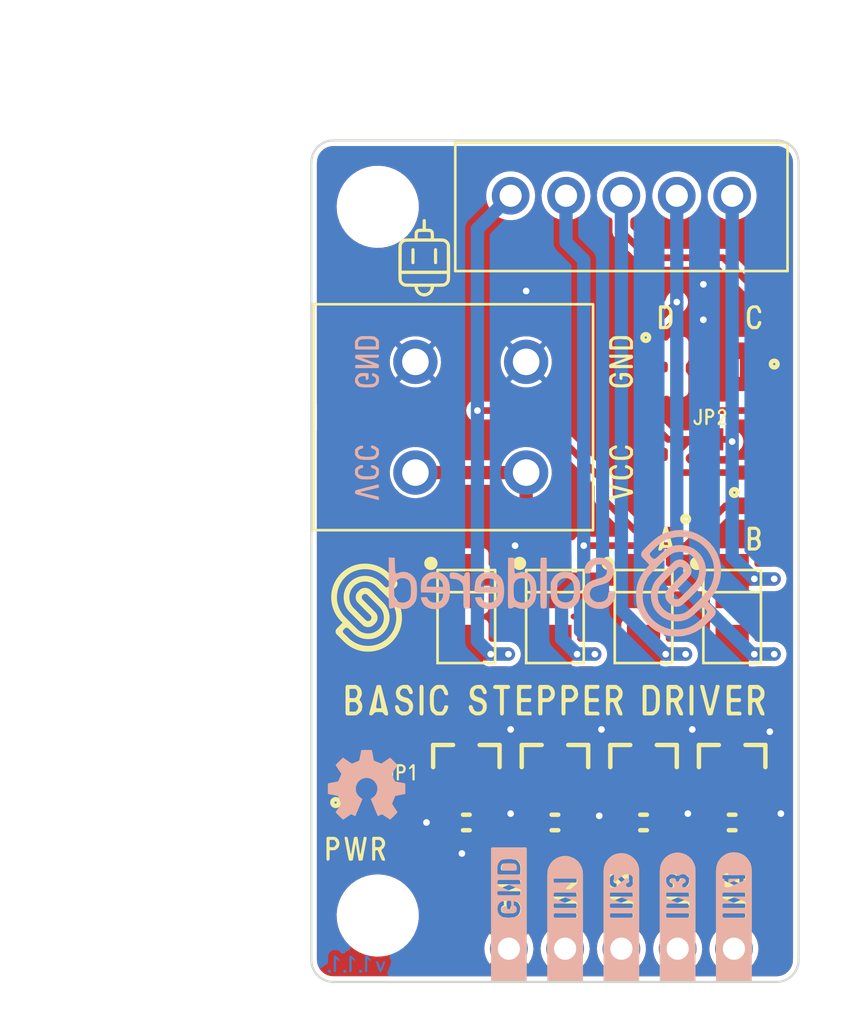
<source format=kicad_pcb>
(kicad_pcb (version 20211014) (generator pcbnew)
  (title_block (title "Basic stepper driver") (date "2021-10-04") (rev "v1.1.1.") (company "Soldered") (comment 1 "333134"))
  (layers (0 "F.Cu" signal) (31 "B.Cu" signal) (34 "B.Paste" user) (35 "F.Paste" user) (36 "B.SilkS" user "B.Silkscreen") (37 "F.SilkS" user "F.Silkscreen") (38 "B.Mask" user) (39 "F.Mask" user) (44 "Edge.Cuts" user))
  (net 0 "")
  (net 1 "GND")
  (net 2 "Net-(D1-Pad1)")
  (net 3 "VCC")
  (net 4 "A")
  (net 5 "Net-(D3-Pad1)")
  (net 6 "B")
  (net 7 "Net-(D4-Pad1)")
  (net 8 "C")
  (net 9 "Net-(D5-Pad1)")
  (net 10 "D")
  (net 11 "Net-(D6-Pad1)")
  (net 12 "Net-(JP2-Pad1)")
  (net 13 "IN4")
  (net 14 "IN3")
  (net 15 "IN2")
  (net 16 "IN1")
  (net 17 "Net-(Q1-Pad1)")
  (net 18 "Net-(Q2-Pad1)")
  (net 19 "Net-(Q3-Pad1)")
  (net 20 "Net-(Q4-Pad1)")
  (net 21 "Net-(R1-Pad1)")
  (footprint "e-radionica.com footprinti:0402LED" (layer "F.Cu") (at 120 108.5 180)
    (fp_text reference "D4")
    (fp_text value "green")
    (pad "1" smd rect locked (at -0.55 0 270) (size 0.75 0.45) (layers "F.Cu" "F.Paste" "F.Mask") (net 7 "Net-(D4-Pad1)"))
    (pad "2" smd rect locked (at 0.55 0 270) (size 0.75 0.45) (layers "F.Cu" "F.Paste" "F.Mask") (net 6 "B"))
  )
  (footprint "e-radionica.com footprinti:HOLE_3.2mm" (layer "F.Cu") (at 103 95)
    (fp_text reference "H1" hide)
    (fp_text value "HOLE_3.2mm" hide)
    (pad "" np_thru_hole circle locked (at 0 0) (size 3.2 3.2) (drill 3.2) (layers F&B.Cu *.Mask))
  )
  (footprint "buzzardLabel" (layer "F.Cu") (at 102 124)
    (fp_text reference "" (at 0 0) (layer "F.SilkS") (effects (font (size 1.27 1.27))))
    (fp_text value "" (at 0 0) (layer "F.SilkS") (effects (font (size 1.27 1.27))))
  )
  (footprint "Soldered Graphics:Logo-Front-Soldered-4mm" (layer "F.Cu") (at 102.5 113.1)
    (fp_text reference "G***" hide)
    (fp_text value "LOGO" hide)
  )
  (footprint "buzzardLabel" (layer "F.Cu") (at 119.08 130.4 90)
    (fp_text reference "" (at 0 0 90) (layer "F.SilkS") (effects (font (size 1.27 1.27))))
    (fp_text value "" (at 0 0 90) (layer "F.SilkS") (effects (font (size 1.27 1.27))))
  )
  (footprint "e-radionica.com footprinti:0402LED" (layer "F.Cu") (at 102 122.5 180)
    (fp_text reference "D1")
    (fp_text value "purple")
    (pad "1" smd rect locked (at -0.55 0 270) (size 0.75 0.45) (layers "F.Cu" "F.Paste" "F.Mask") (net 2 "Net-(D1-Pad1)"))
    (pad "2" smd rect locked (at 0.55 0 270) (size 0.75 0.45) (layers "F.Cu" "F.Paste" "F.Mask") (net 1 "GND"))
  )
  (footprint "Soldered Graphics:Logo-Back-OSH-3.5mm" (layer "F.Cu") (at 102.5 121.1)
    (fp_text reference "G***" hide)
    (fp_text value "LOGO" hide)
  )
  (footprint "e-radionica.com footprinti:SOT-23-3" (layer "F.Cu") (at 115 120 90)
    (fp_text reference "Q3")
    (fp_text value "NPN-SOT-23-3")
    (pad "1" smd rect locked (at -1.2 -0.95 180) (size 0.6 1) (layers "F.Cu" "F.Paste" "F.Mask") (net 19 "Net-(Q3-Pad1)"))
    (pad "2" smd rect locked (at -1.2 0.95 180) (size 0.6 1) (layers "F.Cu" "F.Paste" "F.Mask") (net 1 "GND"))
    (pad "3" smd rect locked (at 1.2 0 180) (size 0.6 1) (layers "F.Cu" "F.Paste" "F.Mask") (net 8 "C"))
  )
  (footprint "e-radionica.com footprinti:0402R" (layer "F.Cu") (at 102 121)
    (fp_text reference "R1")
    (fp_text value "2k2")
    (pad "1" smd rect locked (at -0.5 0 90) (size 0.64 0.54) (layers "F.Cu" "F.Paste" "F.Mask") (net 21 "Net-(R1-Pad1)"))
    (pad "2" smd rect locked (at 0.5 0 90) (size 0.64 0.54) (layers "F.Cu" "F.Paste" "F.Mask") (net 2 "Net-(D1-Pad1)"))
  )
  (footprint "e-radionica.com footprinti:0402R" (layer "F.Cu") (at 120 107)
    (fp_text reference "R4")
    (fp_text value "2k2")
    (pad "1" smd rect locked (at -0.5 0 90) (size 0.64 0.54) (layers "F.Cu" "F.Paste" "F.Mask") (net 12 "Net-(JP2-Pad1)"))
    (pad "2" smd rect locked (at 0.5 0 90) (size 0.64 0.54) (layers "F.Cu" "F.Paste" "F.Mask") (net 7 "Net-(D4-Pad1)"))
  )
  (footprint "e-radionica.com footprinti:0603R" (layer "F.Cu") (at 115 122.8)
    (fp_text reference "R8")
    (fp_text value "1k")
    (pad "1" smd rect locked (at -0.775 0 90) (size 1 0.64) (layers "F.Cu" "F.Paste" "F.Mask") (net 19 "Net-(Q3-Pad1)"))
    (pad "2" smd rect locked (at 0.775 0 90) (size 1 0.64) (layers "F.Cu" "F.Paste" "F.Mask") (net 14 "IN3"))
  )
  (footprint "Soldered Graphics:Logo-Back-SolderedFULL-15mm" (layer "F.Cu") (at 111 112)
    (fp_text reference "REF**" hide)
    (fp_text value "Logo-Front-SolderedFULL-15mm" hide)
  )
  (footprint "buzzardLabel" (layer "F.Cu") (at 116.54 130.4 90)
    (fp_text reference "" (at 0 0 90) (layer "F.SilkS") (effects (font (size 1.27 1.27))))
    (fp_text value "" (at 0 0 90) (layer "F.SilkS") (effects (font (size 1.27 1.27))))
  )
  (footprint "buzzardLabel" (layer "F.Cu") (at 116 110)
    (fp_text reference "" (at 0 0) (layer "F.SilkS") (effects (font (size 1.27 1.27))))
    (fp_text value "" (at 0 0) (layer "F.SilkS") (effects (font (size 1.27 1.27))))
  )
  (footprint "buzzardLabel" (layer "F.Cu") (at 114 107 90)
    (fp_text reference "" (at 0 0 90) (layer "F.SilkS") (effects (font (size 1.27 1.27))))
    (fp_text value "" (at 0 0 90) (layer "F.SilkS") (effects (font (size 1.27 1.27))))
  )
  (footprint "e-radionica.com footprinti:SMD_JUMPER" (layer "F.Cu") (at 118 105.5)
    (fp_text reference "JP2")
    (fp_text value "SMD_JUMPER")
    (pad "1" smd rect locked (at -0.35 0) (size 0.5 1) (layers "F.Cu" "F.Mask") (net 12 "Net-(JP2-Pad1)"))
    (pad "2" smd rect locked (at 0.35 0) (size 0.5 1) (layers "F.Cu" "F.Mask") (net 3 "VCC"))
  )
  (footprint "e-radionica.com footprinti:0402R" (layer "F.Cu") (at 116 103)
    (fp_text reference "R6")
    (fp_text value "2k2")
    (pad "1" smd rect locked (at -0.5 0 90) (size 0.64 0.54) (layers "F.Cu" "F.Paste" "F.Mask") (net 12 "Net-(JP2-Pad1)"))
    (pad "2" smd rect locked (at 0.5 0 90) (size 0.64 0.54) (layers "F.Cu" "F.Paste" "F.Mask") (net 11 "Net-(D6-Pad1)"))
  )
  (footprint "e-radionica.com footprinti:JST_XH_5A_CONNECTOR" (layer "F.Cu") (at 114 94.5 90)
    (fp_text reference "K3")
    (fp_text value "JST_XH_5A_CONNECTOR")
    (pad "1" thru_hole circle locked (at 0 -5 90) (size 1.7 1.7) (drill 1) (layers *.Cu *.Mask) (net 4 "A"))
    (pad "2" thru_hole circle locked (at 0 -2.5 90) (size 1.7 1.7) (drill 1) (layers *.Cu *.Mask) (net 6 "B"))
    (pad "3" thru_hole circle locked (at 0 0 90) (size 1.7 1.7) (drill 1) (layers *.Cu *.Mask) (net 8 "C"))
    (pad "4" thru_hole circle locked (at 0 2.5 90) (size 1.7 1.7) (drill 1) (layers *.Cu *.Mask) (net 10 "D"))
    (pad "5" thru_hole circle locked (at 0 5 90) (size 1.7 1.7) (drill 1) (layers *.Cu *.Mask) (net 3 "VCC"))
  )
  (footprint "e-radionica.com footprinti:0402R" (layer "F.Cu") (at 120 103 180)
    (fp_text reference "R5")
    (fp_text value "2k2")
    (pad "1" smd rect locked (at -0.5 0 270) (size 0.64 0.54) (layers "F.Cu" "F.Paste" "F.Mask") (net 12 "Net-(JP2-Pad1)"))
    (pad "2" smd rect locked (at 0.5 0 270) (size 0.64 0.54) (layers "F.Cu" "F.Paste" "F.Mask") (net 9 "Net-(D5-Pad1)"))
  )
  (footprint "buzzardLabel" (layer "F.Cu") (at 104 120.55)
    (fp_text reference "" (at 0 0) (layer "F.SilkS") (effects (font (size 1.27 1.27))))
    (fp_text value "" (at 0 0) (layer "F.SilkS") (effects (font (size 1.27 1.27))))
  )
  (footprint "buzzardLabel" (layer "F.Cu") (at 114 102 90)
    (fp_text reference "" (at 0 0 90) (layer "F.SilkS") (effects (font (size 1.27 1.27))))
    (fp_text value "" (at 0 0 90) (layer "F.SilkS") (effects (font (size 1.27 1.27))))
  )
  (footprint "buzzardLabel" (layer "F.Cu") (at 116 100)
    (fp_text reference "" (at 0 0) (layer "F.SilkS") (effects (font (size 1.27 1.27))))
    (fp_text value "" (at 0 0) (layer "F.SilkS") (effects (font (size 1.27 1.27))))
  )
  (footprint "Soldered Graphics:Symbol-Front-Motor" (layer "F.Cu") (at 105.1 97.3 180)
    (fp_text reference "G***" hide)
    (fp_text value "LOGO" hide)
  )
  (footprint "e-radionica.com footprinti:TERMINAL_KF235-5.0-2P" (layer "F.Cu") (at 107.2 104.5 -90)
    (fp_text reference "K1")
    (fp_text value "TERMINAL_KF235-5.0-2P")
    (pad "1" thru_hole circle locked (at 2.5 -2.5 270) (size 2 2) (drill 1.2) (layers *.Cu *.Mask) (net 3 "VCC"))
    (pad "1" thru_hole circle locked (at 2.5 2.5 270) (size 2 2) (drill 1.2) (layers *.Cu *.Mask) (net 3 "VCC"))
    (pad "2" thru_hole circle locked (at -2.5 2.5 270) (size 2 2) (drill 1.2) (layers *.Cu *.Mask) (net 1 "GND"))
    (pad "2" thru_hole circle locked (at -2.5 -2.5 270) (size 2 2) (drill 1.2) (layers *.Cu *.Mask) (net 1 "GND"))
  )
  (footprint "e-radionica.com footprinti:M4_DIODA" (layer "F.Cu") (at 119 113.5 90)
    (fp_text reference "D9")
    (fp_text value "M4_DIODA")
    (pad "1" smd rect locked (at -1.6 0 180) (size 1.5 2.45) (layers "F.Cu" "F.Paste" "F.Mask") (net 10 "D"))
    (pad "2" smd rect locked (at 1.6 0 180) (size 1.5 2.45) (layers "F.Cu" "F.Paste" "F.Mask") (net 3 "VCC"))
  )
  (footprint "buzzardLabel" (layer "F.Cu") (at 120 110)
    (fp_text reference "" (at 0 0) (layer "F.SilkS") (effects (font (size 1.27 1.27))))
    (fp_text value "" (at 0 0) (layer "F.SilkS") (effects (font (size 1.27 1.27))))
  )
  (footprint "buzzardLabel" (layer "F.Cu") (at 118 104.5)
    (fp_text reference "" (at 0 0) (layer "F.SilkS") (effects (font (size 1.27 1.27))))
    (fp_text value "" (at 0 0) (layer "F.SilkS") (effects (font (size 1.27 1.27))))
  )
  (footprint "buzzardLabel" (layer "F.Cu") (at 114 130.4 90)
    (fp_text reference "" (at 0 0 90) (layer "F.SilkS") (effects (font (size 1.27 1.27))))
    (fp_text value "" (at 0 0 90) (layer "F.SilkS") (effects (font (size 1.27 1.27))))
  )
  (footprint "e-radionica.com footprinti:M4_DIODA" (layer "F.Cu") (at 111 113.5 90)
    (fp_text reference "D7")
    (fp_text value "M4_DIODA")
    (pad "1" smd rect locked (at -1.6 0 180) (size 1.5 2.45) (layers "F.Cu" "F.Paste" "F.Mask") (net 6 "B"))
    (pad "2" smd rect locked (at 1.6 0 180) (size 1.5 2.45) (layers "F.Cu" "F.Paste" "F.Mask") (net 3 "VCC"))
  )
  (footprint "e-radionica.com footprinti:SOT-23-3" (layer "F.Cu") (at 107 120 90)
    (fp_text reference "Q1")
    (fp_text value "NPN-SOT-23-3")
    (pad "1" smd rect locked (at -1.2 -0.95 180) (size 0.6 1) (layers "F.Cu" "F.Paste" "F.Mask") (net 17 "Net-(Q1-Pad1)"))
    (pad "2" smd rect locked (at -1.2 0.95 180) (size 0.6 1) (layers "F.Cu" "F.Paste" "F.Mask") (net 1 "GND"))
    (pad "3" smd rect locked (at 1.2 0 180) (size 0.6 1) (layers "F.Cu" "F.Paste" "F.Mask") (net 4 "A"))
  )
  (footprint "buzzardLabel" (layer "F.Cu") (at 120 100)
    (fp_text reference "" (at 0 0) (layer "F.SilkS") (effects (font (size 1.27 1.27))))
    (fp_text value "" (at 0 0) (layer "F.SilkS") (effects (font (size 1.27 1.27))))
  )
  (footprint "e-radionica.com footprinti:0402R" (layer "F.Cu") (at 116 107 180)
    (fp_text reference "R3")
    (fp_text value "2k2")
    (pad "1" smd rect locked (at -0.5 0 270) (size 0.64 0.54) (layers "F.Cu" "F.Paste" "F.Mask") (net 12 "Net-(JP2-Pad1)"))
    (pad "2" smd rect locked (at 0.5 0 270) (size 0.64 0.54) (layers "F.Cu" "F.Paste" "F.Mask") (net 5 "Net-(D3-Pad1)"))
  )
  (footprint "buzzardLabel" (layer "F.Cu") (at 111 117.3)
    (fp_text reference "" (at 0 0) (layer "F.SilkS") (effects (font (size 1.27 1.27))))
    (fp_text value "" (at 0 0) (layer "F.SilkS") (effects (font (size 1.27 1.27))))
  )
  (footprint "buzzardLabel" (layer "F.Cu") (at 111.46 130.4 90)
    (fp_text reference "" (at 0 0 90) (layer "F.SilkS") (effects (font (size 1.27 1.27))))
    (fp_text value "" (at 0 0 90) (layer "F.SilkS") (effects (font (size 1.27 1.27))))
  )
  (footprint "e-radionica.com footprinti:0402LED" (layer "F.Cu") (at 116 108.5)
    (fp_text reference "D3")
    (fp_text value "green")
    (pad "1" smd rect locked (at -0.55 0 90) (size 0.75 0.45) (layers "F.Cu" "F.Paste" "F.Mask") (net 5 "Net-(D3-Pad1)"))
    (pad "2" smd rect locked (at 0.55 0 90) (size 0.75 0.45) (layers "F.Cu" "F.Paste" "F.Mask") (net 4 "A"))
  )
  (footprint "e-radionica.com footprinti:0402LED" (layer "F.Cu") (at 120 101.5)
    (fp_text reference "D5")
    (fp_text value "green")
    (pad "1" smd rect locked (at -0.55 0 90) (size 0.75 0.45) (layers "F.Cu" "F.Paste" "F.Mask") (net 9 "Net-(D5-Pad1)"))
    (pad "2" smd rect locked (at 0.55 0 90) (size 0.75 0.45) (layers "F.Cu" "F.Paste" "F.Mask") (net 8 "C"))
  )
  (footprint "e-radionica.com footprinti:0402LED" (layer "F.Cu") (at 116 101.5 180)
    (fp_text reference "D6")
    (fp_text value "green")
    (pad "1" smd rect locked (at -0.55 0 270) (size 0.75 0.45) (layers "F.Cu" "F.Paste" "F.Mask") (net 11 "Net-(D6-Pad1)"))
    (pad "2" smd rect locked (at 0.55 0 270) (size 0.75 0.45) (layers "F.Cu" "F.Paste" "F.Mask") (net 10 "D"))
  )
  (footprint "e-radionica.com footprinti:0603R" (layer "F.Cu") (at 111 122.8)
    (fp_text reference "R7")
    (fp_text value "1k")
    (pad "1" smd rect locked (at -0.775 0 90) (size 1 0.64) (layers "F.Cu" "F.Paste" "F.Mask") (net 18 "Net-(Q2-Pad1)"))
    (pad "2" smd rect locked (at 0.775 0 90) (size 1 0.64) (layers "F.Cu" "F.Paste" "F.Mask") (net 15 "IN2"))
  )
  (footprint "buzzardLabel" (layer "F.Cu") (at 108.92 130.4 90)
    (fp_text reference "" (at 0 0 90) (layer "F.SilkS") (effects (font (size 1.27 1.27))))
    (fp_text value "" (at 0 0 90) (layer "F.SilkS") (effects (font (size 1.27 1.27))))
  )
  (footprint "e-radionica.com footprinti:FIDUCIAL_23" (layer "F.Cu") (at 102 104.5)
    (fp_text reference "FD1")
    (fp_text value "FIDUCIAL")
    (fp_circle (center 0 0) (end 1 0) (layer "F.Cu") (width 0.2) (fill none))
    (pad "1" smd circle (at 0 0) (size 1 1) (layers "F.Cu" "F.Paste" "F.Mask") (clearance 1.1))
  )
  (footprint "e-radionica.com footprinti:M4_DIODA" (layer "F.Cu") (at 115 113.5 90)
    (fp_text reference "D8")
    (fp_text value "M4_DIODA")
    (pad "1" smd rect locked (at -1.6 0 180) (size 1.5 2.45) (layers "F.Cu" "F.Paste" "F.Mask") (net 8 "C"))
    (pad "2" smd rect locked (at 1.6 0 180) (size 1.5 2.45) (layers "F.Cu" "F.Paste" "F.Mask") (net 3 "VCC"))
  )
  (footprint "e-radionica.com footprinti:SOT-23-3" (layer "F.Cu") (at 119 120 90)
    (fp_text reference "Q4")
    (fp_text value "NPN-SOT-23-3")
    (pad "1" smd rect locked (at -1.2 -0.95 180) (size 0.6 1) (layers "F.Cu" "F.Paste" "F.Mask") (net 20 "Net-(Q4-Pad1)"))
    (pad "2" smd rect locked (at -1.2 0.95 180) (size 0.6 1) (layers "F.Cu" "F.Paste" "F.Mask") (net 1 "GND"))
    (pad "3" smd rect locked (at 1.2 0 180) (size 0.6 1) (layers "F.Cu" "F.Paste" "F.Mask") (net 10 "D"))
  )
  (footprint "e-radionica.com footprinti:SOT-23-3" (layer "F.Cu") (at 111 120 90)
    (fp_text reference "Q2")
    (fp_text value "NPN-SOT-23-3")
    (pad "1" smd rect locked (at -1.2 -0.95 180) (size 0.6 1) (layers "F.Cu" "F.Paste" "F.Mask") (net 18 "Net-(Q2-Pad1)"))
    (pad "2" smd rect locked (at -1.2 0.95 180) (size 0.6 1) (layers "F.Cu" "F.Paste" "F.Mask") (net 1 "GND"))
    (pad "3" smd rect locked (at 1.2 0 180) (size 0.6 1) (layers "F.Cu" "F.Paste" "F.Mask") (net 6 "B"))
  )
  (footprint "e-radionica.com footprinti:M4_DIODA" (layer "F.Cu") (at 107 113.5 90)
    (fp_text reference "D2")
    (fp_text value "M4_DIODA")
    (pad "1" smd rect locked (at -1.6 0 180) (size 1.5 2.45) (layers "F.Cu" "F.Paste" "F.Mask") (net 4 "A"))
    (pad "2" smd rect locked (at 1.6 0 180) (size 1.5 2.45) (layers "F.Cu" "F.Paste" "F.Mask") (net 3 "VCC"))
  )
  (footprint "e-radionica.com footprinti:0603R" (layer "F.Cu") (at 119 122.8)
    (fp_text reference "R9")
    (fp_text value "1k")
    (pad "1" smd rect locked (at -0.775 0 90) (size 1 0.64) (layers "F.Cu" "F.Paste" "F.Mask") (net 20 "Net-(Q4-Pad1)"))
    (pad "2" smd rect locked (at 0.775 0 90) (size 1 0.64) (layers "F.Cu" "F.Paste" "F.Mask") (net 13 "IN4"))
  )
  (footprint "e-radionica.com footprinti:HOLE_3.2mm" (layer "F.Cu") (at 103 127)
    (fp_text reference "H2" hide)
    (fp_text value "HOLE_3.2mm" hide)
    (pad "" np_thru_hole circle locked (at 0 0) (size 3.2 3.2) (drill 3.2) (layers F&B.Cu *.Mask))
  )
  (footprint "e-radionica.com footprinti:SMD-JUMPER-CONNECTED_TRACE_SLODERMASK" (layer "F.Cu") (at 104 121.75 180)
    (fp_text reference "JP1")
    (fp_text value "SMD-JUMPER-CONNECTED_TRACE_SLODERMASK")
    (fp_poly (pts (xy 0.1 0.1) (xy -0.1 0.1) (xy -0.1 -0.1) (xy 0.1 -0.1)) (layer "F.Cu") (width 0.1) (fill solid))
    (pad "1" smd rect (at -0.35 0 180) (size 0.5 1) (layers "F.Cu" "F.Mask") (net 3 "VCC"))
    (pad "2" smd rect (at 0.35 0 180) (size 0.5 1) (layers "F.Cu" "F.Mask") (net 21 "Net-(R1-Pad1)"))
  )
  (footprint "e-radionica.com footprinti:0603R" (layer "F.Cu") (at 107 122.8)
    (fp_text reference "R2")
    (fp_text value "1k")
    (pad "1" smd rect locked (at -0.775 0 90) (size 1 0.64) (layers "F.Cu" "F.Paste" "F.Mask") (net 17 "Net-(Q1-Pad1)"))
    (pad "2" smd rect locked (at 0.775 0 90) (size 1 0.64) (layers "F.Cu" "F.Paste" "F.Mask") (net 16 "IN1"))
  )
  (footprint "buzzardLabel" (layer "B.Cu") (at 116.54 130.4 90)
    (fp_text reference "" (at 0 0 90) (layer "B.SilkS") (effects (font (size 1.27 1.27)) (justify mirror)))
    (fp_text value "" (at 0 0 90) (layer "B.SilkS") (effects (font (size 1.27 1.27)) (justify mirror)))
  )
  (footprint "e-radionica.com footprinti:HEADER_MALE_5X1" (layer "B.Cu") (at 114 128.5)
    (fp_text reference "K2")
    (fp_text value "HEADER_MALE_5X1")
    (pad "1" thru_hole circle locked (at -5.08 0) (size 1.7 1.7) (drill 1) (layers *.Cu *.Mask) (net 1 "GND"))
    (pad "2" thru_hole circle locked (at -2.54 0) (size 1.7 1.7) (drill 1) (layers *.Cu *.Mask) (net 16 "IN1"))
    (pad "3" thru_hole circle locked (at 0 0) (size 1.7 1.7) (drill 1) (layers *.Cu *.Mask) (net 15 "IN2"))
    (pad "4" thru_hole circle locked (at 2.54 0) (size 1.7 1.7) (drill 1) (layers *.Cu *.Mask) (net 14 "IN3"))
    (pad "5" thru_hole circle locked (at 5.08 0) (size 1.7 1.7) (drill 1) (layers *.Cu *.Mask) (net 13 "IN4"))
  )
  (footprint "Soldered Graphics:Version1.1.1." (layer "B.Cu") (at 102 129.2 180)
    (fp_text reference "REF**" hide)
    (fp_text value "Version1.1.1." hide)
    (fp_poly (pts (xy -1.15 -0.35) (xy -1.1 -0.35) (xy -1.07 -0.31) (xy -0.92 0.1) (xy -0.94 0.13) (xy -0.99 0.13) (xy -1.02 0.1) (xy -1.11 -0.16) (xy -1.13 -0.21) (xy -1.15 -0.17) (xy -1.24 0.09) (xy -1.26 0.13) (xy -1.32 0.13) (xy -1.34 0.1) (xy -1.18 -0.31) (xy -1.15 -0.35)) (layer "B.Cu") (width 0.01) (fill solid))
    (fp_poly (pts (xy 0.21 -0.35) (xy 0.26 -0.35) (xy 0.28 -0.31) (xy 0.28 0.35) (xy 0.24 0.38) (xy 0.19 0.38) (xy 0.15 0.34) (xy 0.04 0.22) (xy 0.02 0.17) (xy 0.05 0.16) (xy 0.14 0.22) (xy 0.18 0.23) (xy 0.18 -0.31) (xy 0.21 -0.35)) (layer "B.Cu") (width 0.01) (fill solid))
    (fp_poly (pts (xy 0.43 -0.38) (xy 0.48 -0.38) (xy 0.54 -0.37) (xy 0.54 -0.33) (xy 0.54 -0.27) (xy 0.5 -0.26) (xy 0.45 -0.26) (xy 0.42 -0.29) (xy 0.42 -0.34) (xy 0.43 -0.38)) (layer "B.Cu") (width 0.01) (fill solid))
    (fp_poly (pts (xy -0.27 -0.38) (xy -0.22 -0.38) (xy -0.17 -0.37) (xy -0.16 -0.33) (xy -0.16 -0.27) (xy -0.21 -0.26) (xy -0.26 -0.26) (xy -0.29 -0.29) (xy -0.29 -0.34) (xy -0.27 -0.38)) (layer "B.Cu") (width 0.01) (fill solid))
    (fp_poly (pts (xy 0.91 -0.35) (xy 0.96 -0.35) (xy 0.98 -0.31) (xy 0.98 0.35) (xy 0.95 0.38) (xy 0.89 0.38) (xy 0.86 0.34) (xy 0.74 0.22) (xy 0.73 0.17) (xy 0.76 0.16) (xy 0.85 0.22) (xy 0.89 0.23) (xy 0.89 -0.31) (xy 0.91 -0.35)) (layer "B.Cu") (width 0.01) (fill solid))
    (fp_poly (pts (xy -0.5 -0.35) (xy -0.44 -0.35) (xy -0.43 -0.31) (xy -0.43 0.35) (xy -0.46 0.38) (xy -0.52 0.38) (xy -0.55 0.34) (xy -0.67 0.22) (xy -0.68 0.17) (xy -0.65 0.16) (xy -0.56 0.22) (xy -0.52 0.23) (xy -0.52 -0.31) (xy -0.5 -0.35)) (layer "B.Cu") (width 0.01) (fill solid))
    (fp_poly (pts (xy 1.14 -0.38) (xy 1.19 -0.38) (xy 1.24 -0.37) (xy 1.25 -0.33) (xy 1.25 -0.27) (xy 1.2 -0.26) (xy 1.15 -0.26) (xy 1.12 -0.29) (xy 1.12 -0.34) (xy 1.14 -0.38)) (layer "B.Cu") (width 0.01) (fill solid))
  )
  (footprint "buzzardLabel" (layer "B.Cu") (at 108.92 130.4 90)
    (fp_text reference "" (at 0 0 90) (layer "B.SilkS") (effects (font (size 1.27 1.27)) (justify mirror)))
    (fp_text value "" (at 0 0 90) (layer "B.SilkS") (effects (font (size 1.27 1.27)) (justify mirror)))
  )
  (footprint "buzzardLabel" (layer "B.Cu") (at 114 130.4 90)
    (fp_text reference "" (at 0 0 90) (layer "B.SilkS") (effects (font (size 1.27 1.27)) (justify mirror)))
    (fp_text value "" (at 0 0 90) (layer "B.SilkS") (effects (font (size 1.27 1.27)) (justify mirror)))
  )
  (footprint "buzzardLabel" (layer "B.Cu") (at 102.5 102 90)
    (fp_text reference "" (at 0 0 90) (layer "B.SilkS") (effects (font (size 1.27 1.27)) (justify mirror)))
    (fp_text value "" (at 0 0 90) (layer "B.SilkS") (effects (font (size 1.27 1.27)) (justify mirror)))
  )
  (footprint "buzzardLabel" (layer "B.Cu") (at 119.08 130.4 90)
    (fp_text reference "" (at 0 0 90) (layer "B.SilkS") (effects (font (size 1.27 1.27)) (justify mirror)))
    (fp_text value "" (at 0 0 90) (layer "B.SilkS") (effects (font (size 1.27 1.27)) (justify mirror)))
  )
  (footprint "buzzardLabel" (layer "B.Cu") (at 102.5 107 90)
    (fp_text reference "" (at 0 0 90) (layer "B.SilkS") (effects (font (size 1.27 1.27)) (justify mirror)))
    (fp_text value "" (at 0 0 90) (layer "B.SilkS") (effects (font (size 1.27 1.27)) (justify mirror)))
  )
  (footprint "buzzardLabel" (layer "B.Cu") (at 111.46 130.4 90)
    (fp_text reference "" (at 0 0 90) (layer "B.SilkS") (effects (font (size 1.27 1.27)) (justify mirror)))
    (fp_text value "" (at 0 0 90) (layer "B.SilkS") (effects (font (size 1.27 1.27)) (justify mirror)))
  )
  (gr_line (start 121 130) (end 101 130) (layer "Edge.Cuts") (width 0.1))
  (gr_line (start 122 93) (end 122 129) (layer "Edge.Cuts") (width 0.1))
  (gr_line (start 100 129) (end 100 93) (layer "Edge.Cuts") (width 0.1))
  (gr_line (start 101 92) (end 121 92) (layer "Edge.Cuts") (width 0.1))
  (gr_arc (start 101 130) (mid 100.292893 129.707107) (end 100 129) (layer "Edge.Cuts") (width 0.1))
  (gr_arc (start 122 129) (mid 121.707107 129.707107) (end 121 130) (layer "Edge.Cuts") (width 0.1))
  (gr_arc (start 100 93) (mid 100.292893 92.292893) (end 101 92) (layer "Edge.Cuts") (width 0.1))
  (gr_arc (start 121 92) (mid 121.707107 92.292893) (end 122 93) (layer "Edge.Cuts") (width 0.1))
  (via (at 105.2 122.8) (size 0.5) (drill 0.3) (layers "F.Cu" "B.Cu") (net 1))
  (via (at 109 122.4) (size 0.5) (drill 0.3) (layers "F.Cu" "B.Cu") (net 1))
  (via (at 109.2 110.3) (size 0.5) (drill 0.3) (layers "F.Cu" "B.Cu") (net 1))
  (via (at 113 122.5) (size 0.5) (drill 0.3) (layers "F.Cu" "B.Cu") (net 1))
  (via (at 117.7 98.5) (size 0.5) (drill 0.3) (layers "F.Cu" "B.Cu") (net 1))
  (via (at 120.7 118.7) (size 0.5) (drill 0.3) (layers "F.Cu" "B.Cu") (net 1))
  (via (at 117.7 100.1) (size 0.5) (drill 0.3) (layers "F.Cu" "B.Cu") (net 1))
  (via (at 113.1 118.6) (size 0.5) (drill 0.3) (layers "F.Cu" "B.Cu") (net 1))
  (via (at 121.2 122.4) (size 0.5) (drill 0.3) (layers "F.Cu" "B.Cu") (net 1))
  (via (at 106.8 124.2) (size 0.5) (drill 0.3) (layers "F.Cu" "B.Cu") (net 1))
  (via (at 109.7 98.8) (size 0.5) (drill 0.3) (layers "F.Cu" "B.Cu") (net 1))
  (via (at 117.2 118.6) (size 0.5) (drill 0.3) (layers "F.Cu" "B.Cu") (net 1))
  (via (at 109 118.6) (size 0.5) (drill 0.3) (layers "F.Cu" "B.Cu") (net 1))
  (via (at 117 122.4) (size 0.5) (drill 0.3) (layers "F.Cu" "B.Cu") (net 1))
  (segment (start 102.5 122.45) (end 102.55 122.5) (width 0.3) (layer "F.Cu") (net 2))
  (segment (start 102.5 121) (end 102.5 122.45) (width 0.3) (layer "F.Cu") (net 2))
  (segment (start 107 111.81) (end 119 111.81) (width 0.6) (layer "F.Cu") (net 3))
  (segment (start 109.7 108.5) (end 111.1 109.9) (width 0.6) (layer "F.Cu") (net 3))
  (segment (start 111.1 111.71) (end 111 111.81) (width 0.6) (layer "F.Cu") (net 3))
  (segment (start 120.9 111.8) (end 120.89 111.81) (width 0.6) (layer "F.Cu") (net 3))
  (segment (start 104.35 113.15) (end 105.69 111.81) (width 0.3) (layer "F.Cu") (net 3))
  (segment (start 104.35 121.75) (end 104.35 113.15) (width 0.3) (layer "F.Cu") (net 3))
  (segment (start 120.89 111.81) (end 119 111.81) (width 0.6) (layer "F.Cu") (net 3))
  (segment (start 104.7 107) (end 109.7 107) (width 0.6) (layer "F.Cu") (net 3))
  (segment (start 118.35 105.5) (end 118.9 105.5) (width 0.3) (layer "F.Cu") (net 3))
  (segment (start 111.1 109.9) (end 111.1 111.71) (width 0.6) (layer "F.Cu") (net 3))
  (segment (start 109.7 107) (end 109.7 108.5) (width 0.6) (layer "F.Cu") (net 3))
  (segment (start 118.9 105.5) (end 119 105.6) (width 0.3) (layer "F.Cu") (net 3))
  (segment (start 105.69 111.81) (end 107 111.81) (width 0.3) (layer "F.Cu") (net 3))
  (via (at 120 111.8) (size 0.5) (drill 0.3) (layers "F.Cu" "B.Cu") (net 3))
  (via (at 119 105.6) (size 0.5) (drill 0.3) (layers "F.Cu" "B.Cu") (net 3))
  (via (at 120.9 111.8) (size 0.5) (drill 0.3) (layers "F.Cu" "B.Cu") (net 3))
  (segment (start 119 105.6) (end 119 97.9) (width 0.6) (layer "B.Cu") (net 3))
  (segment (start 120 111.8) (end 119 110.8) (width 0.6) (layer "B.Cu") (net 3))
  (segment (start 120 111.8) (end 120.9 111.8) (width 0.6) (layer "B.Cu") (net 3))
  (segment (start 119 97.9) (end 119 94.5) (width 0.6) (layer "B.Cu") (net 3))
  (segment (start 119 110.8) (end 119 105.6) (width 0.6) (layer "B.Cu") (net 3))
  (segment (start 110 104.2) (end 107.5 104.2) (width 0.3) (layer "F.Cu") (net 4))
  (segment (start 107 118.8) (end 107 115.19) (width 0.6) (layer "F.Cu") (net 4))
  (segment (start 107 115.19) (end 108.89 115.19) (width 0.6) (layer "F.Cu") (net 4))
  (segment (start 116.55 109.35) (end 116.55 108.5) (width 0.3) (layer "F.Cu") (net 4))
  (segment (start 114.6 109.6) (end 113.2 108.2) (width 0.3) (layer "F.Cu") (net 4))
  (segment (start 116.3 109.6) (end 114.6 109.6) (width 0.3) (layer "F.Cu") (net 4))
  (segment (start 108.89 115.19) (end 108.9 115.2) (width 0.6) (layer "F.Cu") (net 4))
  (segment (start 116.3 109.6) (end 116.55 109.35) (width 0.3) (layer "F.Cu") (net 4))
  (segment (start 113.2 108.2) (end 113.2 107.4) (width 0.3) (layer "F.Cu") (net 4))
  (segment (start 113.2 107.4) (end 110 104.2) (width 0.3) (layer "F.Cu") (net 4))
  (via (at 107.5 104.2) (size 0.5) (drill 0.3) (layers "F.Cu" "B.Cu") (net 4))
  (via (at 108.1 115.2) (size 0.5) (drill 0.3) (layers "F.Cu" "B.Cu") (net 4))
  (via (at 108.9 115.2) (size 0.5) (drill 0.3) (layers "F.Cu" "B.Cu") (net 4))
  (segment (start 107.5 114.6) (end 107.5 104.2) (width 0.6) (layer "B.Cu") (net 4))
  (segment (start 108.1 115.2) (end 107.5 114.6) (width 0.6) (layer "B.Cu") (net 4))
  (segment (start 108.9 115.2) (end 108.1 115.2) (width 0.6) (layer "B.Cu") (net 4))
  (segment (start 107.5 96) (end 109 94.5) (width 0.6) (layer "B.Cu") (net 4))
  (segment (start 107.5 104.2) (end 107.5 96) (width 0.6) (layer "B.Cu") (net 4))
  (segment (start 115.45 107.05) (end 115.5 107) (width 0.3) (layer "F.Cu") (net 5))
  (segment (start 115.45 108.5) (end 115.45 107.05) (width 0.3) (layer "F.Cu") (net 5))
  (segment (start 112.79 115.19) (end 112.8 115.2) (width 0.6) (layer "F.Cu") (net 6))
  (segment (start 116.9 110.3) (end 118.7 108.5) (width 0.3) (layer "F.Cu") (net 6))
  (segment (start 111 115.19) (end 112.79 115.19) (width 0.6) (layer "F.Cu") (net 6))
  (segment (start 118.7 108.5) (end 119.45 108.5) (width 0.3) (layer "F.Cu") (net 6))
  (segment (start 112.3 110.3) (end 116.9 110.3) (width 0.3) (layer "F.Cu") (net 6))
  (segment (start 111 118.8) (end 111 115.19) (width 0.6) (layer "F.Cu") (net 6))
  (via (at 112.8 115.2) (size 0.5) (drill 0.3) (layers "F.Cu" "B.Cu") (net 6))
  (via (at 112.3 110.3) (size 0.5) (drill 0.3) (layers "F.Cu" "B.Cu") (net 6))
  (via (at 112 115.2) (size 0.5) (drill 0.3) (layers "F.Cu" "B.Cu") (net 6))
  (segment (start 111.5 96.6) (end 111.5 94.5) (width 0.6) (layer "B.Cu") (net 6))
  (segment (start 112.3 111.8) (end 112.3 110.3) (width 0.6) (layer "B.Cu") (net 6))
  (segment (start 112.3 97.4) (end 111.5 96.6) (width 0.6) (layer "B.Cu") (net 6))
  (segment (start 112.8 115.2) (end 112 115.2) (width 0.6) (layer "B.Cu") (net 6))
  (segment (start 111.3 112.8) (end 112.3 111.8) (width 0.6) (layer "B.Cu") (net 6))
  (segment (start 112 115.2) (end 111.3 114.5) (width 0.6) (layer "B.Cu") (net 6))
  (segment (start 111.3 114.5) (end 111.3 112.8) (width 0.6) (layer "B.Cu") (net 6))
  (segment (start 112.3 110.3) (end 112.3 97.4) (width 0.6) (layer "B.Cu") (net 6))
  (segment (start 120.55 108.5) (end 120.55 107.05) (width 0.3) (layer "F.Cu") (net 7))
  (segment (start 120.55 107.05) (end 120.5 107) (width 0.3) (layer "F.Cu") (net 7))
  (segment (start 115.2 97.3) (end 118.6 97.3) (width 0.3) (layer "F.Cu") (net 8))
  (segment (start 116.9 115.2) (end 116.89 115.19) (width 0.6) (layer "F.Cu") (net 8))
  (segment (start 116.89 115.19) (end 115 115.19) (width 0.6) (layer "F.Cu") (net 8))
  (segment (start 114 96.1) (end 115.2 97.3) (width 0.3) (layer "F.Cu") (net 8))
  (segment (start 115 118.8) (end 115 115.19) (width 0.6) (layer "F.Cu") (net 8))
  (segment (start 120.55 99.25) (end 120.55 101.5) (width 0.3) (layer "F.Cu") (net 8))
  (segment (start 114 94.5) (end 114 96.1) (width 0.3) (layer "F.Cu") (net 8))
  (segment (start 118.6 97.3) (end 120.55 99.25) (width 0.3) (layer "F.Cu") (net 8))
  (via (at 116 115.2) (size 0.5) (drill 0.3) (layers "F.Cu" "B.Cu") (net 8))
  (via (at 116.9 115.2) (size 0.5) (drill 0.3) (layers "F.Cu" "B.Cu") (net 8))
  (segment (start 114 97.3) (end 114 94.5) (width 0.6) (layer "B.Cu") (net 8))
  (segment (start 116 115.2) (end 114 113.2) (width 0.6) (layer "B.Cu") (net 8))
  (segment (start 114 113.2) (end 114 97.3) (width 0.6) (layer "B.Cu") (net 8))
  (segment (start 116.9 115.2) (end 116 115.2) (width 0.6) (layer "B.Cu") (net 8))
  (segment (start 119.5 101.55) (end 119.45 101.5) (width 0.3) (layer "F.Cu") (net 9))
  (segment (start 119.5 103) (end 119.5 101.55) (width 0.3) (layer "F.Cu") (net 9))
  (segment (start 120.9 115.2) (end 120.89 115.19) (width 0.6) (layer "F.Cu") (net 10))
  (segment (start 115.45 101.5) (end 115.45 100.35) (width 0.3) (layer "F.Cu") (net 10))
  (segment (start 120.89 115.19) (end 119 115.19) (width 0.6) (layer "F.Cu") (net 10))
  (segment (start 115.45 100.35) (end 116.5 99.3) (width 0.3) (layer "F.Cu") (net 10))
  (segment (start 119 118.8) (end 119 115.19) (width 0.6) (layer "F.Cu") (net 10))
  (via (at 120 115.2) (size 0.5) (drill 0.3) (layers "F.Cu" "B.Cu") (net 10))
  (via (at 120.9 115.2) (size 0.5) (drill 0.3) (layers "F.Cu" "B.Cu") (net 10))
  (via (at 116.5 99.3) (size 0.5) (drill 0.3) (layers "F.Cu" "B.Cu") (net 10))
  (segment (start 119.9 115.2) (end 120.9 115.2) (width 0.6) (layer "B.Cu") (net 10))
  (segment (start 116.5 99.3) (end 116.5 111.8) (width 0.6) (layer "B.Cu") (net 10))
  (segment (start 116.5 99.3) (end 116.5 94.5) (width 0.6) (layer "B.Cu") (net 10))
  (segment (start 116.5 111.8) (end 119.9 115.2) (width 0.6) (layer "B.Cu") (net 10))
  (segment (start 116.5 103) (end 116.5 101.55) (width 0.3) (layer "F.Cu") (net 11))
  (segment (start 116.5 101.55) (end 116.55 101.5) (width 0.3) (layer "F.Cu") (net 11))
  (segment (start 117.65 104.65) (end 118.1 104.2) (width 0.3) (layer "F.Cu") (net 12))
  (segment (start 116.5 106.1) (end 117.1 105.5) (width 0.3) (layer "F.Cu") (net 12))
  (segment (start 115.5 104.9) (end 116.1 105.5) (width 0.3) (layer "F.Cu") (net 12))
  (segment (start 120.1 104.2) (end 120.5 103.8) (width 0.3) (layer "F.Cu") (net 12))
  (segment (start 118.1 104.2) (end 120.1 104.2) (width 0.3) (layer "F.Cu") (net 12))
  (segment (start 117.65 105.5) (end 117.1 105.5) (width 0.3) (layer "F.Cu") (net 12))
  (segment (start 117.1 105.5) (end 116.1 105.5) (width 0.3) (layer "F.Cu") (net 12))
  (segment (start 117.65 105.5) (end 117.65 104.65) (width 0.3) (layer "F.Cu") (net 12))
  (segment (start 119.5 107) (end 116.5 107) (width 0.3) (layer "F.Cu") (net 12))
  (segment (start 115.5 103) (end 115.5 104.9) (width 0.3) (layer "F.Cu") (net 12))
  (segment (start 116.5 107) (end 116.5 106.1) (width 0.3) (layer "F.Cu") (net 12))
  (segment (start 120.5 103.8) (end 120.5 103) (width 0.3) (layer "F.Cu") (net 12))
  (segment (start 119.08 125.32) (end 119.08 128.5) (width 0.3) (layer "F.Cu") (net 13))
  (segment (start 119.775 124.625) (end 119.08 125.32) (width 0.3) (layer "F.Cu") (net 13))
  (segment (start 119.775 122.8) (end 119.775 124.625) (width 0.3) (layer "F.Cu") (net 13))
  (segment (start 115.775 122.8) (end 115.775 124.875) (width 0.3) (layer "F.Cu") (net 14))
  (segment (start 115.775 124.875) (end 116.54 125.64) (width 0.3) (layer "F.Cu") (net 14))
  (segment (start 116.54 125.64) (end 116.54 128.5) (width 0.3) (layer "F.Cu") (net 14))
  (segment (start 114 126.1) (end 114 128.5) (width 0.3) (layer "F.Cu") (net 15))
  (segment (start 111.775 123.875) (end 114 126.1) (width 0.3) (layer "F.Cu") (net 15))
  (segment (start 111.775 122.8) (end 111.775 123.875) (width 0.3) (layer "F.Cu") (net 15))
  (segment (start 111.46 127.56) (end 111.46 128.5) (width 0.3) (layer "F.Cu") (net 16))
  (segment (start 107.775 123.875) (end 111.46 127.56) (width 0.3) (layer "F.Cu") (net 16))
  (segment (start 107.775 122.8) (end 107.775 123.875) (width 0.3) (layer "F.Cu") (net 16))
  (segment (start 106.05 122.625) (end 106.225 122.8) (width 0.3) (layer "F.Cu") (net 17))
  (segment (start 106.05 121.2) (end 106.05 122.625) (width 0.3) (layer "F.Cu") (net 17))
  (segment (start 110.05 122.625) (end 110.225 122.8) (width 0.3) (layer "F.Cu") (net 18))
  (segment (start 110.05 121.2) (end 110.05 122.625) (width 0.3) (layer "F.Cu") (net 18))
  (segment (start 114.05 121.2) (end 114.05 122.625) (width 0.3) (layer "F.Cu") (net 19))
  (segment (start 114.05 122.625) (end 114.225 122.8) (width 0.3) (layer "F.Cu") (net 19))
  (segment (start 118.05 121.2) (end 118.05 122.625) (width 0.3) (layer "F.Cu") (net 20))
  (segment (start 118.05 122.625) (end 118.225 122.8) (width 0.3) (layer "F.Cu") (net 20))
  (segment (start 103.1 119.9) (end 102.1 119.9) (width 0.3) (layer "F.Cu") (net 21))
  (segment (start 102.1 119.9) (end 101.5 120.5) (width 0.3) (layer "F.Cu") (net 21))
  (segment (start 103.65 121.75) (end 103.65 120.45) (width 0.3) (layer "F.Cu") (net 21))
  (segment (start 101.5 120.5) (end 101.5 121) (width 0.3) (layer "F.Cu") (net 21))
  (segment (start 103.65 120.45) (end 103.1 119.9) (width 0.3) (layer "F.Cu") (net 21))
  (zone (net 1) (net_name "GND") (layers F&B.Cu) (connect_pads (clearance 0.254)) (min_thickness 0.254) (fill yes (thermal_gap 0.254) (thermal_bridge_width 0.254))
    (polygon (pts (xy 122 130) (xy 100 130) (xy 100 92) (xy 122 92)))
  )
)
</source>
